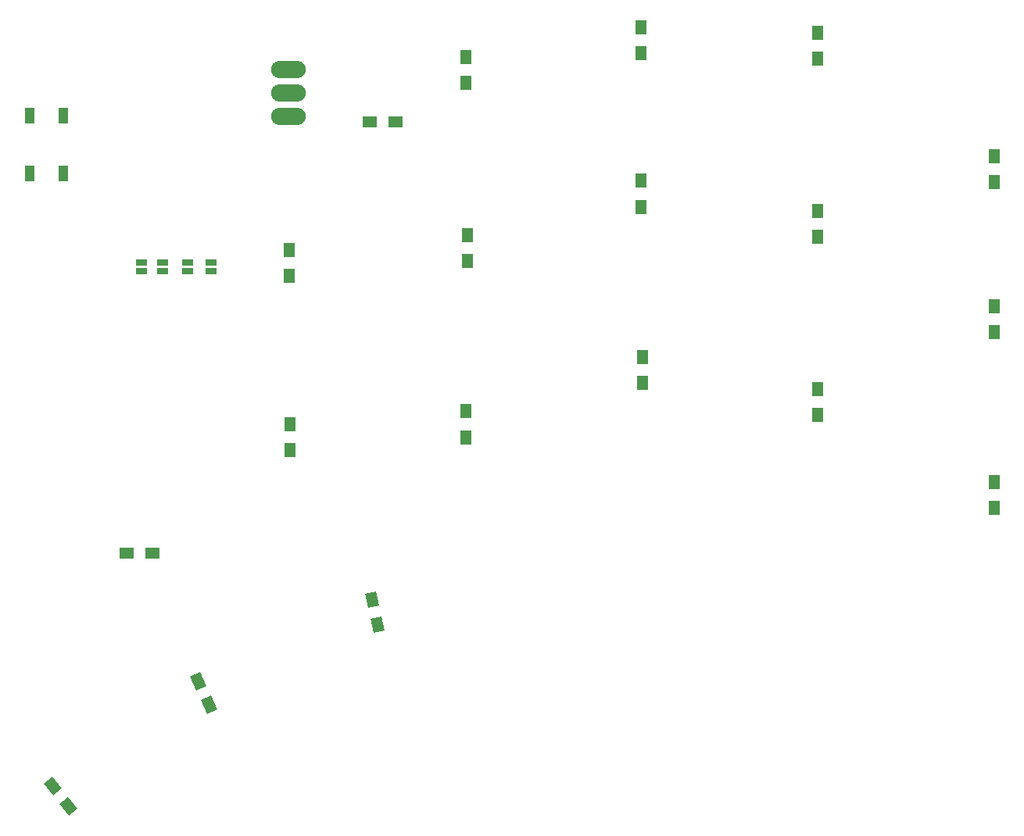
<source format=gbr>
%TF.GenerationSoftware,KiCad,Pcbnew,(5.1.7)-1*%
%TF.CreationDate,2021-07-11T12:46:22+05:30*%
%TF.ProjectId,Pankh,50616e6b-682e-46b6-9963-61645f706362,rev?*%
%TF.SameCoordinates,Original*%
%TF.FileFunction,Paste,Bot*%
%TF.FilePolarity,Positive*%
%FSLAX46Y46*%
G04 Gerber Fmt 4.6, Leading zero omitted, Abs format (unit mm)*
G04 Created by KiCad (PCBNEW (5.1.7)-1) date 2021-07-11 12:46:22*
%MOMM*%
%LPD*%
G01*
G04 APERTURE LIST*
%ADD10R,1.600000X1.200000*%
%ADD11R,1.100000X1.800000*%
%ADD12O,3.759200X1.879600*%
%ADD13R,1.200000X1.600000*%
%ADD14C,0.100000*%
%ADD15R,1.270000X0.635000*%
G04 APERTURE END LIST*
D10*
%TO.C,D_RE1*%
X103053978Y-114728228D03*
X105853978Y-114728228D03*
%TD*%
D11*
%TO.C,RST2*%
X96270978Y-73505228D03*
X96270978Y-67305228D03*
X92570978Y-73505228D03*
X92570978Y-67305228D03*
%TD*%
D12*
%TO.C,PWM_PAD1*%
X120582978Y-67357228D03*
X120582978Y-64817228D03*
X120582978Y-62277228D03*
%TD*%
D13*
%TO.C,D8*%
X197046398Y-87962120D03*
X197046398Y-90762120D03*
%TD*%
%TO.C,D28*%
X120818223Y-100724868D03*
X120818223Y-103524868D03*
%TD*%
%TO.C,D27*%
X120726056Y-81871088D03*
X120726056Y-84671088D03*
%TD*%
D10*
%TO.C,D26*%
X129444578Y-67916029D03*
X132244578Y-67916029D03*
%TD*%
D13*
%TO.C,D24*%
X139830586Y-99316388D03*
X139830586Y-102116388D03*
%TD*%
%TO.C,D23*%
X139992325Y-80239468D03*
X139992325Y-83039468D03*
%TD*%
%TO.C,D22*%
X139840369Y-60884384D03*
X139840369Y-63684384D03*
%TD*%
D14*
%TO.C,D20*%
G36*
X97760264Y-142397351D02*
G01*
X96808240Y-143127865D01*
X95834222Y-141858499D01*
X96786246Y-141127985D01*
X97760264Y-142397351D01*
G37*
G36*
X96055732Y-140175961D02*
G01*
X95103708Y-140906475D01*
X94129690Y-139637109D01*
X95081714Y-138906595D01*
X96055732Y-140175961D01*
G37*
%TD*%
D13*
%TO.C,D19*%
X159015380Y-93444215D03*
X159015380Y-96244215D03*
%TD*%
%TO.C,D18*%
X158809978Y-74339226D03*
X158809978Y-77139226D03*
%TD*%
%TO.C,D17*%
X158809976Y-57702229D03*
X158809976Y-60502229D03*
%TD*%
D14*
%TO.C,D15*%
G36*
X112912520Y-131581534D02*
G01*
X111824951Y-132088676D01*
X111148762Y-130638584D01*
X112236331Y-130131442D01*
X112912520Y-131581534D01*
G37*
G36*
X111729188Y-129043872D02*
G01*
X110641619Y-129551014D01*
X109965430Y-128100922D01*
X111052999Y-127593780D01*
X111729188Y-129043872D01*
G37*
%TD*%
D13*
%TO.C,D14*%
X177939387Y-96910187D03*
X177939387Y-99710187D03*
%TD*%
%TO.C,D13*%
X177968541Y-77603627D03*
X177968541Y-80403627D03*
%TD*%
%TO.C,D12*%
X177968541Y-58261029D03*
X177968541Y-61061029D03*
%TD*%
D14*
%TO.C,D10*%
G36*
X131042921Y-123096213D02*
G01*
X129871366Y-123355941D01*
X129525063Y-121793867D01*
X130696618Y-121534139D01*
X131042921Y-123096213D01*
G37*
G36*
X130436891Y-120362585D02*
G01*
X129265336Y-120622313D01*
X128919033Y-119060239D01*
X130090588Y-118800511D01*
X130436891Y-120362585D01*
G37*
%TD*%
D13*
%TO.C,D9*%
X197046397Y-106997019D03*
X197046397Y-109797019D03*
%TD*%
%TO.C,D7*%
X197046398Y-71657700D03*
X197046398Y-74457700D03*
%TD*%
D15*
%TO.C,JP5*%
X112226377Y-84113606D03*
X112226377Y-83214446D03*
%TD*%
%TO.C,JP8*%
X104733378Y-84113608D03*
X104733378Y-83214448D03*
%TD*%
%TO.C,JP7*%
X107019378Y-84113609D03*
X107019378Y-83214449D03*
%TD*%
%TO.C,JP6*%
X109686376Y-84113609D03*
X109686376Y-83214449D03*
%TD*%
M02*

</source>
